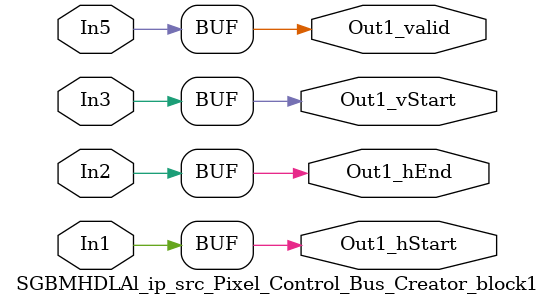
<source format=v>



`timescale 1 ns / 1 ns

module SGBMHDLAl_ip_src_Pixel_Control_Bus_Creator_block1
          (In1,
           In2,
           In3,
           In5,
           Out1_hStart,
           Out1_hEnd,
           Out1_vStart,
           Out1_valid);


  input   In1;
  input   In2;
  input   In3;
  input   In5;
  output  Out1_hStart;
  output  Out1_hEnd;
  output  Out1_vStart;
  output  Out1_valid;




  assign Out1_hStart = In1;

  assign Out1_hEnd = In2;

  assign Out1_vStart = In3;

  assign Out1_valid = In5;

endmodule  // SGBMHDLAl_ip_src_Pixel_Control_Bus_Creator_block1


</source>
